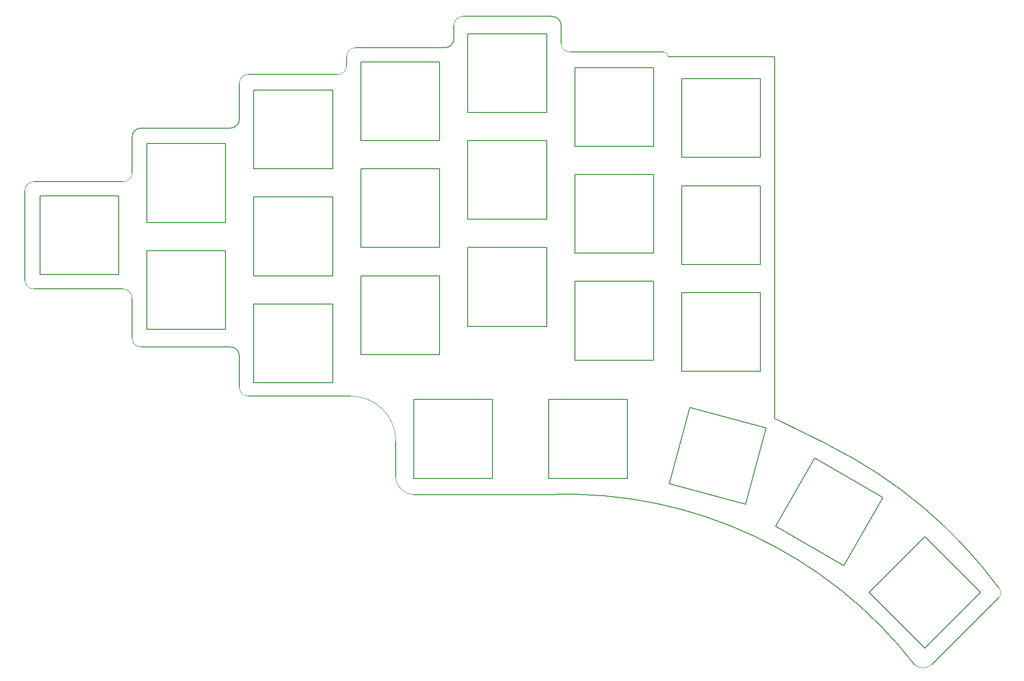
<source format=gbr>
%TF.GenerationSoftware,KiCad,Pcbnew,(6.0.10)*%
%TF.CreationDate,2023-04-21T21:48:32+03:00*%
%TF.ProjectId,blaster_top,626c6173-7465-4725-9f74-6f702e6b6963,v1.0.0*%
%TF.SameCoordinates,Original*%
%TF.FileFunction,Profile,NP*%
%FSLAX46Y46*%
G04 Gerber Fmt 4.6, Leading zero omitted, Abs format (unit mm)*
G04 Created by KiCad (PCBNEW (6.0.10)) date 2023-04-21 21:48:32*
%MOMM*%
%LPD*%
G01*
G04 APERTURE LIST*
%TA.AperFunction,Profile*%
%ADD10C,0.150000*%
%TD*%
%TA.AperFunction,Profile*%
%ADD11C,0.100000*%
%TD*%
%TA.AperFunction,Profile*%
%ADD12C,0.200000*%
%TD*%
G04 APERTURE END LIST*
D10*
X111918750Y-136525000D02*
X111918750Y-120650000D01*
D11*
X130968700Y-139700000D02*
G75*
G03*
X129381250Y-138112500I-1587500J0D01*
G01*
D10*
X169068750Y-98425000D02*
X169068750Y-96837500D01*
X113506250Y-119062500D02*
X129381250Y-119062500D01*
D11*
X189706250Y-89693750D02*
G75*
G03*
X188118750Y-91281250I50J-1587550D01*
G01*
X111918800Y-136525000D02*
G75*
G03*
X113506250Y-138112500I1587500J0D01*
G01*
D10*
X151606250Y-100012500D02*
X167481250Y-100012500D01*
X132556250Y-109537450D02*
G75*
G03*
X130968750Y-111125000I50J-1587550D01*
G01*
D11*
X284956250Y-192881250D02*
G75*
G03*
X284956250Y-191293750I-793750J793750D01*
G01*
D10*
X186531250Y-95250050D02*
G75*
G03*
X188118750Y-93662500I-50J1587550D01*
G01*
D11*
X130968750Y-146843750D02*
G75*
G03*
X132556250Y-148431250I1587550J50D01*
G01*
X226218750Y-96837500D02*
G75*
G03*
X225425000Y-96043750I-793750J0D01*
G01*
D10*
X254726888Y-165893750D02*
X245093750Y-161131250D01*
X208756250Y-96043750D02*
X225425000Y-96043750D01*
D11*
X129381250Y-119062550D02*
G75*
G03*
X130968750Y-117475000I-50J1587550D01*
G01*
D10*
X226218750Y-96837500D02*
X245093750Y-96837500D01*
D11*
X177800000Y-165100000D02*
G75*
G03*
X169862500Y-157162500I-7937500J0D01*
G01*
D10*
X132556250Y-148431250D02*
X148431250Y-148431250D01*
D12*
X269875000Y-204787500D02*
G75*
G03*
X205581250Y-174625000I-61720220J-47956670D01*
G01*
D11*
X113506250Y-119062450D02*
G75*
G03*
X111918750Y-120650000I50J-1587550D01*
G01*
D10*
X180975000Y-174625000D02*
X205581250Y-174625000D01*
D11*
X207168750Y-94456250D02*
G75*
G03*
X208756250Y-96043750I1587550J50D01*
G01*
D10*
X130968750Y-146843750D02*
X130968750Y-139700000D01*
D11*
X150018800Y-155575000D02*
G75*
G03*
X151606250Y-157162500I1587500J0D01*
G01*
D10*
X150018750Y-155575000D02*
X150018750Y-150018750D01*
X189706250Y-89693750D02*
X205581250Y-89693750D01*
D12*
X284956257Y-191293745D02*
G75*
G03*
X254726888Y-165893750I-67964457J-50198255D01*
G01*
D10*
X207168750Y-94456250D02*
X207168750Y-91281250D01*
D11*
X269875000Y-204787500D02*
G75*
G03*
X273050000Y-204787500I1587500J1587500D01*
G01*
D10*
X170656250Y-95250000D02*
X186531250Y-95250000D01*
D11*
X167481250Y-100012550D02*
G75*
G03*
X169068750Y-98425000I-50J1587550D01*
G01*
D10*
X150018750Y-150018750D02*
G75*
G03*
X148431250Y-148431250I-1587550J-50D01*
G01*
X130968750Y-117475000D02*
X130968750Y-111125000D01*
X150018750Y-107950000D02*
X150018750Y-101600000D01*
X148431250Y-109537550D02*
G75*
G03*
X150018750Y-107950000I-50J1587550D01*
G01*
D11*
X170656250Y-95249950D02*
G75*
G03*
X169068750Y-96837500I50J-1587550D01*
G01*
D10*
X113506250Y-138112500D02*
X129381250Y-138112500D01*
X177800000Y-171450000D02*
X177800000Y-165100000D01*
X207168750Y-91281250D02*
G75*
G03*
X205581250Y-89693750I-1587550J-50D01*
G01*
X245093750Y-161131250D02*
X245093750Y-96837500D01*
X151606250Y-157162500D02*
X169862500Y-157162500D01*
X273050000Y-204787500D02*
X284956250Y-192881250D01*
X188118750Y-93662500D02*
X188118750Y-91281250D01*
D11*
X151606250Y-100012450D02*
G75*
G03*
X150018750Y-101600000I50J-1587550D01*
G01*
D10*
X132556250Y-109537500D02*
X148431250Y-109537500D01*
D11*
X177800000Y-171450000D02*
G75*
G03*
X180975000Y-174625000I3175000J0D01*
G01*
D10*
%TO.C,S38*%
X223593750Y-98762500D02*
X209593750Y-98762500D01*
X209593750Y-112762500D02*
X223593750Y-112762500D01*
X223593750Y-98762500D02*
X223593750Y-112762500D01*
X209593750Y-112762500D02*
X209593750Y-98762500D01*
%TO.C,S40*%
X228593750Y-133762500D02*
X228593750Y-119762500D01*
X242593750Y-119762500D02*
X242593750Y-133762500D01*
X242593750Y-119762500D02*
X228593750Y-119762500D01*
X228593750Y-133762500D02*
X242593750Y-133762500D01*
%TO.C,S26*%
X133593750Y-126287500D02*
X133593750Y-112287500D01*
X147593750Y-112287500D02*
X133593750Y-112287500D01*
X133593750Y-126287500D02*
X147593750Y-126287500D01*
X147593750Y-112287500D02*
X147593750Y-126287500D01*
%TO.C,S30*%
X171593750Y-149762500D02*
X185593750Y-149762500D01*
X185593750Y-135762500D02*
X171593750Y-135762500D01*
X171593750Y-149762500D02*
X171593750Y-135762500D01*
X185593750Y-135762500D02*
X185593750Y-149762500D01*
%TO.C,S32*%
X185593750Y-97762500D02*
X171593750Y-97762500D01*
X171593750Y-111762500D02*
X185593750Y-111762500D01*
X185593750Y-97762500D02*
X185593750Y-111762500D01*
X171593750Y-111762500D02*
X171593750Y-97762500D01*
%TO.C,S25*%
X133593750Y-145287500D02*
X133593750Y-131287500D01*
X147593750Y-131287500D02*
X133593750Y-131287500D01*
X147593750Y-131287500D02*
X147593750Y-145287500D01*
X133593750Y-145287500D02*
X147593750Y-145287500D01*
%TO.C,S33*%
X204593750Y-130762500D02*
X190593750Y-130762500D01*
X204593750Y-130762500D02*
X204593750Y-144762500D01*
X190593750Y-144762500D02*
X204593750Y-144762500D01*
X190593750Y-144762500D02*
X190593750Y-130762500D01*
%TO.C,S46*%
X261839783Y-192027318D02*
X271739278Y-201926813D01*
X281638773Y-192027318D02*
X271739278Y-182127823D01*
X261839783Y-192027318D02*
X271739278Y-182127823D01*
X281638773Y-192027318D02*
X271739278Y-201926813D01*
%TO.C,S39*%
X242593750Y-138762500D02*
X228593750Y-138762500D01*
X242593750Y-138762500D02*
X242593750Y-152762500D01*
X228593750Y-152762500D02*
X228593750Y-138762500D01*
X228593750Y-152762500D02*
X242593750Y-152762500D01*
%TO.C,S35*%
X204593750Y-92762500D02*
X190593750Y-92762500D01*
X190593750Y-106762500D02*
X190593750Y-92762500D01*
X204593750Y-92762500D02*
X204593750Y-106762500D01*
X190593750Y-106762500D02*
X204593750Y-106762500D01*
%TO.C,S28*%
X166593750Y-121762500D02*
X152593750Y-121762500D01*
X166593750Y-121762500D02*
X166593750Y-135762500D01*
X152593750Y-135762500D02*
X152593750Y-121762500D01*
X152593750Y-135762500D02*
X166593750Y-135762500D01*
%TO.C,S42*%
X194968750Y-157762500D02*
X194968750Y-171762500D01*
X180968750Y-171762500D02*
X180968750Y-157762500D01*
X194968750Y-157762500D02*
X180968750Y-157762500D01*
X180968750Y-171762500D02*
X194968750Y-171762500D01*
%TO.C,S43*%
X204968750Y-171762500D02*
X218968750Y-171762500D01*
X218968750Y-157762500D02*
X218968750Y-171762500D01*
X218968750Y-157762500D02*
X204968750Y-157762500D01*
X204968750Y-171762500D02*
X204968750Y-157762500D01*
%TO.C,S37*%
X223593750Y-117762500D02*
X223593750Y-131762500D01*
X209593750Y-131762500D02*
X209593750Y-117762500D01*
X223593750Y-117762500D02*
X209593750Y-117762500D01*
X209593750Y-131762500D02*
X223593750Y-131762500D01*
%TO.C,S27*%
X152593750Y-154762500D02*
X152593750Y-140762500D01*
X166593750Y-140762500D02*
X152593750Y-140762500D01*
X166593750Y-140762500D02*
X166593750Y-154762500D01*
X152593750Y-154762500D02*
X166593750Y-154762500D01*
%TO.C,S41*%
X242593750Y-100762500D02*
X228593750Y-100762500D01*
X228593750Y-114762500D02*
X228593750Y-100762500D01*
X242593750Y-100762500D02*
X242593750Y-114762500D01*
X228593750Y-114762500D02*
X242593750Y-114762500D01*
%TO.C,S31*%
X185593750Y-116762500D02*
X171593750Y-116762500D01*
X171593750Y-130762500D02*
X171593750Y-116762500D01*
X185593750Y-116762500D02*
X185593750Y-130762500D01*
X171593750Y-130762500D02*
X185593750Y-130762500D01*
%TO.C,S36*%
X223593750Y-136762500D02*
X209593750Y-136762500D01*
X209593750Y-150762500D02*
X223593750Y-150762500D01*
X209593750Y-150762500D02*
X209593750Y-136762500D01*
X223593750Y-136762500D02*
X223593750Y-150762500D01*
%TO.C,S45*%
X264352122Y-175160694D02*
X252227766Y-168160694D01*
X245227766Y-180285050D02*
X257352122Y-187285050D01*
X245227766Y-180285050D02*
X252227766Y-168160694D01*
X264352122Y-175160694D02*
X257352122Y-187285050D01*
%TO.C,S34*%
X204593750Y-111762500D02*
X204593750Y-125762500D01*
X190593750Y-125762500D02*
X190593750Y-111762500D01*
X190593750Y-125762500D02*
X204593750Y-125762500D01*
X204593750Y-111762500D02*
X190593750Y-111762500D01*
%TO.C,S44*%
X243541964Y-162812753D02*
X230019003Y-159189286D01*
X243541964Y-162812753D02*
X239918497Y-176335714D01*
X226395536Y-172712247D02*
X230019003Y-159189286D01*
X226395536Y-172712247D02*
X239918497Y-176335714D01*
%TO.C,S29*%
X152593750Y-116762500D02*
X166593750Y-116762500D01*
X152593750Y-116762500D02*
X152593750Y-102762500D01*
X166593750Y-102762500D02*
X166593750Y-116762500D01*
X166593750Y-102762500D02*
X152593750Y-102762500D01*
%TO.C,S24*%
X128593750Y-135587500D02*
X114593750Y-135587500D01*
X114593750Y-121587500D02*
X128593750Y-121587500D01*
X128593750Y-135587500D02*
X128593750Y-121587500D01*
X114593750Y-121587500D02*
X114593750Y-135587500D01*
%TD*%
M02*

</source>
